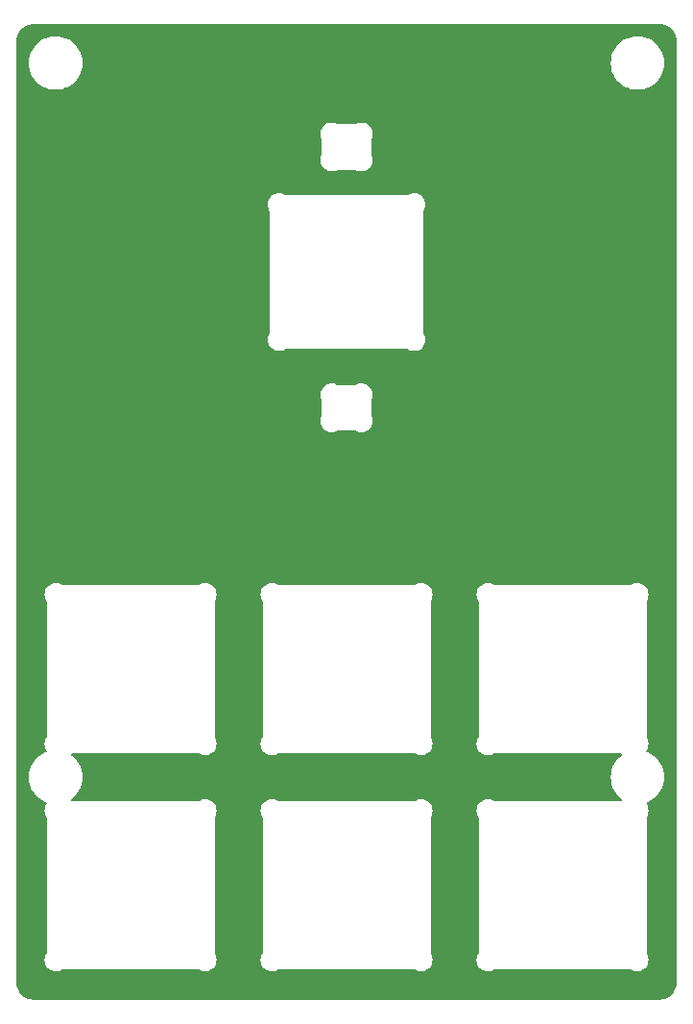
<source format=gtl>
%TF.GenerationSoftware,KiCad,Pcbnew,(6.0.4)*%
%TF.CreationDate,2022-08-26T14:02:31+02:00*%
%TF.ProjectId,Little Big Scroll 6 - Front Plate,4c697474-6c65-4204-9269-67205363726f,v1.1*%
%TF.SameCoordinates,Original*%
%TF.FileFunction,Copper,L1,Top*%
%TF.FilePolarity,Positive*%
%FSLAX46Y46*%
G04 Gerber Fmt 4.6, Leading zero omitted, Abs format (unit mm)*
G04 Created by KiCad (PCBNEW (6.0.4)) date 2022-08-26 14:02:31*
%MOMM*%
%LPD*%
G01*
G04 APERTURE LIST*
G04 APERTURE END LIST*
%TA.AperFunction,NonConductor*%
G36*
X137860018Y-46290000D02*
G01*
X137874851Y-46292310D01*
X137874855Y-46292310D01*
X137883724Y-46293691D01*
X137898981Y-46291696D01*
X137924302Y-46290953D01*
X138073048Y-46301592D01*
X138093328Y-46303042D01*
X138111122Y-46305600D01*
X138301512Y-46347017D01*
X138318759Y-46352081D01*
X138501318Y-46420172D01*
X138517667Y-46427639D01*
X138688674Y-46521016D01*
X138703798Y-46530736D01*
X138859771Y-46647496D01*
X138873357Y-46659268D01*
X139011131Y-46797041D01*
X139022904Y-46810628D01*
X139139666Y-46966604D01*
X139149385Y-46981727D01*
X139242760Y-47152730D01*
X139250227Y-47169080D01*
X139306208Y-47319172D01*
X139318319Y-47351643D01*
X139323383Y-47368891D01*
X139364799Y-47559271D01*
X139367358Y-47577067D01*
X139378939Y-47738996D01*
X139378190Y-47757006D01*
X139378090Y-47765249D01*
X139376708Y-47774123D01*
X139379510Y-47795548D01*
X139380835Y-47805680D01*
X139381899Y-47822019D01*
X139381768Y-74942187D01*
X139381500Y-130740235D01*
X139380000Y-130759618D01*
X139376309Y-130783325D01*
X139378188Y-130797690D01*
X139378304Y-130798577D01*
X139379047Y-130823906D01*
X139366958Y-130992934D01*
X139364400Y-131010725D01*
X139333223Y-131154037D01*
X139322983Y-131201109D01*
X139317919Y-131218357D01*
X139305808Y-131250828D01*
X139253484Y-131391117D01*
X139249829Y-131400916D01*
X139242360Y-131417270D01*
X139148985Y-131588273D01*
X139139266Y-131603396D01*
X139022501Y-131759376D01*
X139010728Y-131772962D01*
X138872962Y-131910728D01*
X138859376Y-131922501D01*
X138703396Y-132039266D01*
X138688277Y-132048983D01*
X138517267Y-132142362D01*
X138500920Y-132149827D01*
X138350828Y-132205808D01*
X138318357Y-132217919D01*
X138301108Y-132222983D01*
X138110725Y-132264400D01*
X138092938Y-132266957D01*
X137930996Y-132278540D01*
X137913036Y-132277793D01*
X137904756Y-132277692D01*
X137895877Y-132276309D01*
X137871890Y-132279446D01*
X137864312Y-132280437D01*
X137847974Y-132281501D01*
X112651583Y-132281682D01*
X82699759Y-132281898D01*
X82680376Y-132280398D01*
X82674987Y-132279559D01*
X82665548Y-132278089D01*
X82665545Y-132278089D01*
X82656675Y-132276708D01*
X82641418Y-132278703D01*
X82616097Y-132279446D01*
X82447062Y-132267356D01*
X82429275Y-132264799D01*
X82238892Y-132223382D01*
X82221643Y-132218318D01*
X82189172Y-132206207D01*
X82039080Y-132150226D01*
X82022733Y-132142761D01*
X81851723Y-132049382D01*
X81836604Y-132039665D01*
X81680625Y-131922900D01*
X81667039Y-131911127D01*
X81529273Y-131773361D01*
X81517500Y-131759775D01*
X81400735Y-131603795D01*
X81391016Y-131588672D01*
X81297642Y-131417671D01*
X81290173Y-131401317D01*
X81222082Y-131218758D01*
X81217017Y-131201509D01*
X81175601Y-131011122D01*
X81173043Y-130993327D01*
X81161720Y-130835005D01*
X81162805Y-130812241D01*
X81162334Y-130812199D01*
X81162769Y-130807351D01*
X81163576Y-130802552D01*
X81163729Y-130790000D01*
X81159773Y-130762376D01*
X81158500Y-130744514D01*
X81158500Y-112685000D01*
X82236439Y-112685000D01*
X82256660Y-112993507D01*
X82316975Y-113296735D01*
X82416354Y-113589496D01*
X82418177Y-113593192D01*
X82418180Y-113593200D01*
X82528721Y-113817352D01*
X82553096Y-113866780D01*
X82555390Y-113870213D01*
X82555391Y-113870214D01*
X82724861Y-114123845D01*
X82727575Y-114126939D01*
X82727579Y-114126945D01*
X82926001Y-114353201D01*
X82928710Y-114356290D01*
X82931799Y-114358999D01*
X83158055Y-114557421D01*
X83158061Y-114557425D01*
X83161155Y-114560139D01*
X83164581Y-114562428D01*
X83164586Y-114562432D01*
X83414785Y-114729609D01*
X83418220Y-114731904D01*
X83695504Y-114868646D01*
X83715964Y-114875591D01*
X83733576Y-114881570D01*
X83791652Y-114922408D01*
X83818430Y-114988161D01*
X83805408Y-115057953D01*
X83801803Y-115064080D01*
X83801270Y-115064725D01*
X83707202Y-115238699D01*
X83648718Y-115427632D01*
X83628045Y-115624325D01*
X83645970Y-115821288D01*
X83701810Y-116011019D01*
X83704663Y-116016477D01*
X83704665Y-116016481D01*
X83790585Y-116180829D01*
X83793440Y-116186290D01*
X83792540Y-116186760D01*
X83811500Y-116250353D01*
X83811500Y-128171121D01*
X83796336Y-128231050D01*
X83707202Y-128395899D01*
X83648718Y-128584832D01*
X83628045Y-128781525D01*
X83645970Y-128978488D01*
X83701810Y-129168219D01*
X83704663Y-129173677D01*
X83704665Y-129173681D01*
X83752120Y-129264453D01*
X83793440Y-129343490D01*
X83917368Y-129497625D01*
X83922092Y-129501589D01*
X83929333Y-129507665D01*
X84068874Y-129624754D01*
X84074272Y-129627721D01*
X84074277Y-129627725D01*
X84217580Y-129706505D01*
X84242187Y-129720033D01*
X84248054Y-129721894D01*
X84248056Y-129721895D01*
X84424836Y-129777973D01*
X84430706Y-129779835D01*
X84584627Y-129797100D01*
X84691169Y-129797100D01*
X84694225Y-129796800D01*
X84694232Y-129796800D01*
X84752740Y-129791063D01*
X84838233Y-129782680D01*
X84844134Y-129780898D01*
X84844136Y-129780898D01*
X84917453Y-129758762D01*
X85027569Y-129725516D01*
X85201102Y-129633248D01*
X85260254Y-129618500D01*
X97182346Y-129618500D01*
X97243047Y-129634085D01*
X97399387Y-129720033D01*
X97405254Y-129721894D01*
X97405256Y-129721895D01*
X97582036Y-129777973D01*
X97587906Y-129779835D01*
X97741827Y-129797100D01*
X97848369Y-129797100D01*
X97851425Y-129796800D01*
X97851432Y-129796800D01*
X97909940Y-129791063D01*
X97995433Y-129782680D01*
X98001334Y-129780898D01*
X98001336Y-129780898D01*
X98074653Y-129758762D01*
X98184769Y-129725516D01*
X98359396Y-129632666D01*
X98445662Y-129562309D01*
X98507887Y-129511560D01*
X98507890Y-129511557D01*
X98512662Y-129507665D01*
X98524944Y-129492819D01*
X98634801Y-129360025D01*
X98634803Y-129360021D01*
X98638730Y-129355275D01*
X98732798Y-129181301D01*
X98791282Y-128992368D01*
X98811955Y-128795675D01*
X98810667Y-128781525D01*
X102678045Y-128781525D01*
X102695970Y-128978488D01*
X102751810Y-129168219D01*
X102754663Y-129173677D01*
X102754665Y-129173681D01*
X102802120Y-129264453D01*
X102843440Y-129343490D01*
X102967368Y-129497625D01*
X102972092Y-129501589D01*
X102979333Y-129507665D01*
X103118874Y-129624754D01*
X103124272Y-129627721D01*
X103124277Y-129627725D01*
X103267580Y-129706505D01*
X103292187Y-129720033D01*
X103298054Y-129721894D01*
X103298056Y-129721895D01*
X103474836Y-129777973D01*
X103480706Y-129779835D01*
X103634627Y-129797100D01*
X103741169Y-129797100D01*
X103744225Y-129796800D01*
X103744232Y-129796800D01*
X103802740Y-129791063D01*
X103888233Y-129782680D01*
X103894134Y-129780898D01*
X103894136Y-129780898D01*
X103967453Y-129758762D01*
X104077569Y-129725516D01*
X104251102Y-129633248D01*
X104310254Y-129618500D01*
X116232346Y-129618500D01*
X116293047Y-129634085D01*
X116449387Y-129720033D01*
X116455254Y-129721894D01*
X116455256Y-129721895D01*
X116632036Y-129777973D01*
X116637906Y-129779835D01*
X116791827Y-129797100D01*
X116898369Y-129797100D01*
X116901425Y-129796800D01*
X116901432Y-129796800D01*
X116959940Y-129791063D01*
X117045433Y-129782680D01*
X117051334Y-129780898D01*
X117051336Y-129780898D01*
X117124653Y-129758762D01*
X117234769Y-129725516D01*
X117409396Y-129632666D01*
X117495662Y-129562309D01*
X117557887Y-129511560D01*
X117557890Y-129511557D01*
X117562662Y-129507665D01*
X117574944Y-129492819D01*
X117684801Y-129360025D01*
X117684803Y-129360021D01*
X117688730Y-129355275D01*
X117782798Y-129181301D01*
X117841282Y-128992368D01*
X117861955Y-128795675D01*
X117860667Y-128781525D01*
X121728045Y-128781525D01*
X121745970Y-128978488D01*
X121801810Y-129168219D01*
X121804663Y-129173677D01*
X121804665Y-129173681D01*
X121852120Y-129264453D01*
X121893440Y-129343490D01*
X122017368Y-129497625D01*
X122022092Y-129501589D01*
X122029333Y-129507665D01*
X122168874Y-129624754D01*
X122174272Y-129627721D01*
X122174277Y-129627725D01*
X122317580Y-129706505D01*
X122342187Y-129720033D01*
X122348054Y-129721894D01*
X122348056Y-129721895D01*
X122524836Y-129777973D01*
X122530706Y-129779835D01*
X122684627Y-129797100D01*
X122791169Y-129797100D01*
X122794225Y-129796800D01*
X122794232Y-129796800D01*
X122852740Y-129791063D01*
X122938233Y-129782680D01*
X122944134Y-129780898D01*
X122944136Y-129780898D01*
X123017453Y-129758762D01*
X123127569Y-129725516D01*
X123301102Y-129633248D01*
X123360254Y-129618500D01*
X135282346Y-129618500D01*
X135343047Y-129634085D01*
X135499387Y-129720033D01*
X135505254Y-129721894D01*
X135505256Y-129721895D01*
X135682036Y-129777973D01*
X135687906Y-129779835D01*
X135841827Y-129797100D01*
X135948369Y-129797100D01*
X135951425Y-129796800D01*
X135951432Y-129796800D01*
X136009940Y-129791063D01*
X136095433Y-129782680D01*
X136101334Y-129780898D01*
X136101336Y-129780898D01*
X136174653Y-129758762D01*
X136284769Y-129725516D01*
X136459396Y-129632666D01*
X136545662Y-129562309D01*
X136607887Y-129511560D01*
X136607890Y-129511557D01*
X136612662Y-129507665D01*
X136624944Y-129492819D01*
X136734801Y-129360025D01*
X136734803Y-129360021D01*
X136738730Y-129355275D01*
X136832798Y-129181301D01*
X136891282Y-128992368D01*
X136911955Y-128795675D01*
X136894030Y-128598712D01*
X136838190Y-128408981D01*
X136828519Y-128390481D01*
X136749415Y-128239171D01*
X136746560Y-128233710D01*
X136747460Y-128233240D01*
X136728500Y-128169647D01*
X136728500Y-116248879D01*
X136743664Y-116188950D01*
X136829868Y-116029519D01*
X136832798Y-116024101D01*
X136891282Y-115835168D01*
X136911955Y-115638475D01*
X136894030Y-115441512D01*
X136838190Y-115251781D01*
X136828519Y-115233281D01*
X136749414Y-115081970D01*
X136749413Y-115081968D01*
X136746560Y-115076510D01*
X136742696Y-115071704D01*
X136741501Y-115069878D01*
X136720935Y-115001925D01*
X136740372Y-114933641D01*
X136793640Y-114886705D01*
X136806429Y-114881568D01*
X136844496Y-114868646D01*
X136848192Y-114866823D01*
X136848200Y-114866820D01*
X137118077Y-114733730D01*
X137121780Y-114731904D01*
X137125215Y-114729609D01*
X137375414Y-114562432D01*
X137375419Y-114562428D01*
X137378845Y-114560139D01*
X137381939Y-114557425D01*
X137381945Y-114557421D01*
X137608201Y-114358999D01*
X137611290Y-114356290D01*
X137613999Y-114353201D01*
X137812421Y-114126945D01*
X137812425Y-114126939D01*
X137815139Y-114123845D01*
X137986904Y-113866781D01*
X138123646Y-113589496D01*
X138223025Y-113296735D01*
X138283340Y-112993507D01*
X138303561Y-112685000D01*
X138283340Y-112376493D01*
X138223025Y-112073265D01*
X138123646Y-111780504D01*
X138121822Y-111776806D01*
X138121820Y-111776800D01*
X137988730Y-111506923D01*
X137986904Y-111503220D01*
X137984610Y-111499787D01*
X137984609Y-111499785D01*
X137817432Y-111249586D01*
X137817428Y-111249581D01*
X137815139Y-111246155D01*
X137812425Y-111243061D01*
X137812421Y-111243055D01*
X137613999Y-111016799D01*
X137611290Y-111013710D01*
X137608201Y-111011001D01*
X137381945Y-110812579D01*
X137381939Y-110812575D01*
X137378845Y-110809861D01*
X137375419Y-110807572D01*
X137375414Y-110807568D01*
X137125215Y-110640391D01*
X137125213Y-110640390D01*
X137121780Y-110638096D01*
X136844496Y-110501354D01*
X136824036Y-110494409D01*
X136806424Y-110488430D01*
X136748348Y-110447592D01*
X136721570Y-110381839D01*
X136734592Y-110312047D01*
X136738197Y-110305920D01*
X136738730Y-110305275D01*
X136832798Y-110131301D01*
X136891282Y-109942368D01*
X136911955Y-109745675D01*
X136894030Y-109548712D01*
X136838190Y-109358981D01*
X136828519Y-109340481D01*
X136749415Y-109189171D01*
X136746560Y-109183710D01*
X136747460Y-109183240D01*
X136728500Y-109119647D01*
X136728500Y-97198879D01*
X136743664Y-97138950D01*
X136829868Y-96979519D01*
X136832798Y-96974101D01*
X136891282Y-96785168D01*
X136911955Y-96588475D01*
X136894030Y-96391512D01*
X136838190Y-96201781D01*
X136828519Y-96183281D01*
X136749413Y-96031968D01*
X136746560Y-96026510D01*
X136622632Y-95872375D01*
X136616327Y-95867084D01*
X136478579Y-95751500D01*
X136471126Y-95745246D01*
X136465728Y-95742279D01*
X136465723Y-95742275D01*
X136303208Y-95652933D01*
X136303209Y-95652933D01*
X136297813Y-95649967D01*
X136291946Y-95648106D01*
X136291944Y-95648105D01*
X136115164Y-95592027D01*
X136115163Y-95592027D01*
X136109294Y-95590165D01*
X135955373Y-95572900D01*
X135848831Y-95572900D01*
X135845775Y-95573200D01*
X135845768Y-95573200D01*
X135787260Y-95578937D01*
X135701767Y-95587320D01*
X135695866Y-95589102D01*
X135695864Y-95589102D01*
X135622547Y-95611238D01*
X135512431Y-95644484D01*
X135506992Y-95647376D01*
X135338899Y-95736752D01*
X135279746Y-95751500D01*
X123357654Y-95751500D01*
X123296953Y-95735915D01*
X123146008Y-95652933D01*
X123146009Y-95652933D01*
X123140613Y-95649967D01*
X123134746Y-95648106D01*
X123134744Y-95648105D01*
X122957964Y-95592027D01*
X122957963Y-95592027D01*
X122952094Y-95590165D01*
X122798173Y-95572900D01*
X122691631Y-95572900D01*
X122688575Y-95573200D01*
X122688568Y-95573200D01*
X122630060Y-95578937D01*
X122544567Y-95587320D01*
X122538666Y-95589102D01*
X122538664Y-95589102D01*
X122465347Y-95611238D01*
X122355231Y-95644484D01*
X122180604Y-95737334D01*
X122094338Y-95807691D01*
X122032113Y-95858440D01*
X122032110Y-95858443D01*
X122027338Y-95862335D01*
X122023411Y-95867082D01*
X122023409Y-95867084D01*
X121905199Y-96009975D01*
X121905197Y-96009979D01*
X121901270Y-96014725D01*
X121807202Y-96188699D01*
X121748718Y-96377632D01*
X121728045Y-96574325D01*
X121745970Y-96771288D01*
X121801810Y-96961019D01*
X121804663Y-96966477D01*
X121804665Y-96966481D01*
X121890585Y-97130829D01*
X121893440Y-97136290D01*
X121892540Y-97136760D01*
X121911500Y-97200353D01*
X121911500Y-109121121D01*
X121896336Y-109181050D01*
X121807202Y-109345899D01*
X121748718Y-109534832D01*
X121728045Y-109731525D01*
X121745970Y-109928488D01*
X121801810Y-110118219D01*
X121804663Y-110123677D01*
X121804665Y-110123681D01*
X121852120Y-110214453D01*
X121893440Y-110293490D01*
X122017368Y-110447625D01*
X122022092Y-110451589D01*
X122029333Y-110457665D01*
X122168874Y-110574754D01*
X122174272Y-110577721D01*
X122174277Y-110577725D01*
X122280772Y-110636270D01*
X122342187Y-110670033D01*
X122348054Y-110671894D01*
X122348056Y-110671895D01*
X122475845Y-110712432D01*
X122530706Y-110729835D01*
X122684627Y-110747100D01*
X122791169Y-110747100D01*
X122794225Y-110746800D01*
X122794232Y-110746800D01*
X122852740Y-110741063D01*
X122938233Y-110732680D01*
X122944134Y-110730898D01*
X122944136Y-110730898D01*
X123017453Y-110708762D01*
X123127569Y-110675516D01*
X123301102Y-110583248D01*
X123360254Y-110568500D01*
X134447011Y-110568500D01*
X134515132Y-110588502D01*
X134561625Y-110642158D01*
X134571729Y-110712432D01*
X134542235Y-110777012D01*
X134517013Y-110799265D01*
X134504586Y-110807568D01*
X134504581Y-110807572D01*
X134501155Y-110809861D01*
X134498061Y-110812575D01*
X134498055Y-110812579D01*
X134271799Y-111011001D01*
X134268710Y-111013710D01*
X134266001Y-111016799D01*
X134067579Y-111243055D01*
X134067575Y-111243061D01*
X134064861Y-111246155D01*
X133893096Y-111503219D01*
X133756354Y-111780504D01*
X133656975Y-112073265D01*
X133596660Y-112376493D01*
X133576439Y-112685000D01*
X133596660Y-112993507D01*
X133656975Y-113296735D01*
X133756354Y-113589496D01*
X133758177Y-113593192D01*
X133758180Y-113593200D01*
X133868721Y-113817352D01*
X133893096Y-113866780D01*
X133895390Y-113870213D01*
X133895391Y-113870214D01*
X134064861Y-114123845D01*
X134067575Y-114126939D01*
X134067579Y-114126945D01*
X134266001Y-114353201D01*
X134268710Y-114356290D01*
X134271799Y-114358999D01*
X134498055Y-114557421D01*
X134498061Y-114557425D01*
X134501155Y-114560139D01*
X134504581Y-114562428D01*
X134504586Y-114562432D01*
X134517013Y-114570735D01*
X134562541Y-114625212D01*
X134571389Y-114695655D01*
X134540747Y-114759699D01*
X134480346Y-114797010D01*
X134447011Y-114801500D01*
X123357654Y-114801500D01*
X123296953Y-114785915D01*
X123146008Y-114702933D01*
X123146009Y-114702933D01*
X123140613Y-114699967D01*
X123134746Y-114698106D01*
X123134744Y-114698105D01*
X122957964Y-114642027D01*
X122957963Y-114642027D01*
X122952094Y-114640165D01*
X122798173Y-114622900D01*
X122691631Y-114622900D01*
X122688575Y-114623200D01*
X122688568Y-114623200D01*
X122630060Y-114628937D01*
X122544567Y-114637320D01*
X122538666Y-114639102D01*
X122538664Y-114639102D01*
X122477502Y-114657568D01*
X122355231Y-114694484D01*
X122180604Y-114787334D01*
X122094338Y-114857691D01*
X122032113Y-114908440D01*
X122032110Y-114908443D01*
X122027338Y-114912335D01*
X122023411Y-114917082D01*
X122023409Y-114917084D01*
X121905199Y-115059975D01*
X121905197Y-115059979D01*
X121901270Y-115064725D01*
X121807202Y-115238699D01*
X121748718Y-115427632D01*
X121728045Y-115624325D01*
X121745970Y-115821288D01*
X121801810Y-116011019D01*
X121804663Y-116016477D01*
X121804665Y-116016481D01*
X121890585Y-116180829D01*
X121893440Y-116186290D01*
X121892540Y-116186760D01*
X121911500Y-116250353D01*
X121911500Y-128171121D01*
X121896336Y-128231050D01*
X121807202Y-128395899D01*
X121748718Y-128584832D01*
X121728045Y-128781525D01*
X117860667Y-128781525D01*
X117844030Y-128598712D01*
X117788190Y-128408981D01*
X117778519Y-128390481D01*
X117699415Y-128239171D01*
X117696560Y-128233710D01*
X117697460Y-128233240D01*
X117678500Y-128169647D01*
X117678500Y-116248879D01*
X117693664Y-116188950D01*
X117779868Y-116029519D01*
X117782798Y-116024101D01*
X117841282Y-115835168D01*
X117861955Y-115638475D01*
X117844030Y-115441512D01*
X117788190Y-115251781D01*
X117778519Y-115233281D01*
X117699413Y-115081968D01*
X117696560Y-115076510D01*
X117572632Y-114922375D01*
X117566327Y-114917084D01*
X117530122Y-114886705D01*
X117421126Y-114795246D01*
X117415728Y-114792279D01*
X117415723Y-114792275D01*
X117253208Y-114702933D01*
X117253209Y-114702933D01*
X117247813Y-114699967D01*
X117241946Y-114698106D01*
X117241944Y-114698105D01*
X117065164Y-114642027D01*
X117065163Y-114642027D01*
X117059294Y-114640165D01*
X116905373Y-114622900D01*
X116798831Y-114622900D01*
X116795775Y-114623200D01*
X116795768Y-114623200D01*
X116737260Y-114628937D01*
X116651767Y-114637320D01*
X116645866Y-114639102D01*
X116645864Y-114639102D01*
X116584702Y-114657568D01*
X116462431Y-114694484D01*
X116339779Y-114759699D01*
X116288899Y-114786752D01*
X116229746Y-114801500D01*
X104307654Y-114801500D01*
X104246953Y-114785915D01*
X104096008Y-114702933D01*
X104096009Y-114702933D01*
X104090613Y-114699967D01*
X104084746Y-114698106D01*
X104084744Y-114698105D01*
X103907964Y-114642027D01*
X103907963Y-114642027D01*
X103902094Y-114640165D01*
X103748173Y-114622900D01*
X103641631Y-114622900D01*
X103638575Y-114623200D01*
X103638568Y-114623200D01*
X103580060Y-114628937D01*
X103494567Y-114637320D01*
X103488666Y-114639102D01*
X103488664Y-114639102D01*
X103427502Y-114657568D01*
X103305231Y-114694484D01*
X103130604Y-114787334D01*
X103044338Y-114857691D01*
X102982113Y-114908440D01*
X102982110Y-114908443D01*
X102977338Y-114912335D01*
X102973411Y-114917082D01*
X102973409Y-114917084D01*
X102855199Y-115059975D01*
X102855197Y-115059979D01*
X102851270Y-115064725D01*
X102757202Y-115238699D01*
X102698718Y-115427632D01*
X102678045Y-115624325D01*
X102695970Y-115821288D01*
X102751810Y-116011019D01*
X102754663Y-116016477D01*
X102754665Y-116016481D01*
X102840585Y-116180829D01*
X102843440Y-116186290D01*
X102842540Y-116186760D01*
X102861500Y-116250353D01*
X102861500Y-128171121D01*
X102846336Y-128231050D01*
X102757202Y-128395899D01*
X102698718Y-128584832D01*
X102678045Y-128781525D01*
X98810667Y-128781525D01*
X98794030Y-128598712D01*
X98738190Y-128408981D01*
X98728519Y-128390481D01*
X98649415Y-128239171D01*
X98646560Y-128233710D01*
X98647460Y-128233240D01*
X98628500Y-128169647D01*
X98628500Y-116248879D01*
X98643664Y-116188950D01*
X98729868Y-116029519D01*
X98732798Y-116024101D01*
X98791282Y-115835168D01*
X98811955Y-115638475D01*
X98794030Y-115441512D01*
X98738190Y-115251781D01*
X98728519Y-115233281D01*
X98649413Y-115081968D01*
X98646560Y-115076510D01*
X98522632Y-114922375D01*
X98516327Y-114917084D01*
X98480122Y-114886705D01*
X98371126Y-114795246D01*
X98365728Y-114792279D01*
X98365723Y-114792275D01*
X98203208Y-114702933D01*
X98203209Y-114702933D01*
X98197813Y-114699967D01*
X98191946Y-114698106D01*
X98191944Y-114698105D01*
X98015164Y-114642027D01*
X98015163Y-114642027D01*
X98009294Y-114640165D01*
X97855373Y-114622900D01*
X97748831Y-114622900D01*
X97745775Y-114623200D01*
X97745768Y-114623200D01*
X97687260Y-114628937D01*
X97601767Y-114637320D01*
X97595866Y-114639102D01*
X97595864Y-114639102D01*
X97534702Y-114657568D01*
X97412431Y-114694484D01*
X97289779Y-114759699D01*
X97238899Y-114786752D01*
X97179746Y-114801500D01*
X86092989Y-114801500D01*
X86024868Y-114781498D01*
X85978375Y-114727842D01*
X85968271Y-114657568D01*
X85997765Y-114592988D01*
X86022987Y-114570735D01*
X86035414Y-114562432D01*
X86035419Y-114562428D01*
X86038845Y-114560139D01*
X86041939Y-114557425D01*
X86041945Y-114557421D01*
X86268201Y-114358999D01*
X86271290Y-114356290D01*
X86273999Y-114353201D01*
X86472421Y-114126945D01*
X86472425Y-114126939D01*
X86475139Y-114123845D01*
X86646904Y-113866781D01*
X86783646Y-113589496D01*
X86883025Y-113296735D01*
X86943340Y-112993507D01*
X86963561Y-112685000D01*
X86943340Y-112376493D01*
X86883025Y-112073265D01*
X86783646Y-111780504D01*
X86781822Y-111776806D01*
X86781820Y-111776800D01*
X86648730Y-111506923D01*
X86646904Y-111503220D01*
X86644610Y-111499787D01*
X86644609Y-111499785D01*
X86477432Y-111249586D01*
X86477428Y-111249581D01*
X86475139Y-111246155D01*
X86472425Y-111243061D01*
X86472421Y-111243055D01*
X86273999Y-111016799D01*
X86271290Y-111013710D01*
X86268201Y-111011001D01*
X86041945Y-110812579D01*
X86041939Y-110812575D01*
X86038845Y-110809861D01*
X86035419Y-110807572D01*
X86035414Y-110807568D01*
X86022987Y-110799265D01*
X85977459Y-110744788D01*
X85968611Y-110674345D01*
X85999253Y-110610301D01*
X86059654Y-110572990D01*
X86092989Y-110568500D01*
X97182346Y-110568500D01*
X97243047Y-110584085D01*
X97399387Y-110670033D01*
X97405254Y-110671894D01*
X97405256Y-110671895D01*
X97533045Y-110712432D01*
X97587906Y-110729835D01*
X97741827Y-110747100D01*
X97848369Y-110747100D01*
X97851425Y-110746800D01*
X97851432Y-110746800D01*
X97909940Y-110741063D01*
X97995433Y-110732680D01*
X98001334Y-110730898D01*
X98001336Y-110730898D01*
X98074653Y-110708762D01*
X98184769Y-110675516D01*
X98359396Y-110582666D01*
X98474938Y-110488432D01*
X98507887Y-110461560D01*
X98507890Y-110461557D01*
X98512662Y-110457665D01*
X98575391Y-110381839D01*
X98634801Y-110310025D01*
X98634803Y-110310021D01*
X98638730Y-110305275D01*
X98732798Y-110131301D01*
X98791282Y-109942368D01*
X98811955Y-109745675D01*
X98810667Y-109731525D01*
X102678045Y-109731525D01*
X102695970Y-109928488D01*
X102751810Y-110118219D01*
X102754663Y-110123677D01*
X102754665Y-110123681D01*
X102802120Y-110214453D01*
X102843440Y-110293490D01*
X102967368Y-110447625D01*
X102972092Y-110451589D01*
X102979333Y-110457665D01*
X103118874Y-110574754D01*
X103124272Y-110577721D01*
X103124277Y-110577725D01*
X103230772Y-110636270D01*
X103292187Y-110670033D01*
X103298054Y-110671894D01*
X103298056Y-110671895D01*
X103425845Y-110712432D01*
X103480706Y-110729835D01*
X103634627Y-110747100D01*
X103741169Y-110747100D01*
X103744225Y-110746800D01*
X103744232Y-110746800D01*
X103802740Y-110741063D01*
X103888233Y-110732680D01*
X103894134Y-110730898D01*
X103894136Y-110730898D01*
X103967453Y-110708762D01*
X104077569Y-110675516D01*
X104251102Y-110583248D01*
X104310254Y-110568500D01*
X116232346Y-110568500D01*
X116293047Y-110584085D01*
X116449387Y-110670033D01*
X116455254Y-110671894D01*
X116455256Y-110671895D01*
X116583045Y-110712432D01*
X116637906Y-110729835D01*
X116791827Y-110747100D01*
X116898369Y-110747100D01*
X116901425Y-110746800D01*
X116901432Y-110746800D01*
X116959940Y-110741063D01*
X117045433Y-110732680D01*
X117051334Y-110730898D01*
X117051336Y-110730898D01*
X117124653Y-110708762D01*
X117234769Y-110675516D01*
X117409396Y-110582666D01*
X117524938Y-110488432D01*
X117557887Y-110461560D01*
X117557890Y-110461557D01*
X117562662Y-110457665D01*
X117625391Y-110381839D01*
X117684801Y-110310025D01*
X117684803Y-110310021D01*
X117688730Y-110305275D01*
X117782798Y-110131301D01*
X117841282Y-109942368D01*
X117861955Y-109745675D01*
X117844030Y-109548712D01*
X117788190Y-109358981D01*
X117778519Y-109340481D01*
X117699415Y-109189171D01*
X117696560Y-109183710D01*
X117697460Y-109183240D01*
X117678500Y-109119647D01*
X117678500Y-97198879D01*
X117693664Y-97138950D01*
X117779868Y-96979519D01*
X117782798Y-96974101D01*
X117841282Y-96785168D01*
X117861955Y-96588475D01*
X117844030Y-96391512D01*
X117788190Y-96201781D01*
X117778519Y-96183281D01*
X117699413Y-96031968D01*
X117696560Y-96026510D01*
X117572632Y-95872375D01*
X117566327Y-95867084D01*
X117428579Y-95751500D01*
X117421126Y-95745246D01*
X117415728Y-95742279D01*
X117415723Y-95742275D01*
X117253208Y-95652933D01*
X117253209Y-95652933D01*
X117247813Y-95649967D01*
X117241946Y-95648106D01*
X117241944Y-95648105D01*
X117065164Y-95592027D01*
X117065163Y-95592027D01*
X117059294Y-95590165D01*
X116905373Y-95572900D01*
X116798831Y-95572900D01*
X116795775Y-95573200D01*
X116795768Y-95573200D01*
X116737260Y-95578937D01*
X116651767Y-95587320D01*
X116645866Y-95589102D01*
X116645864Y-95589102D01*
X116572547Y-95611238D01*
X116462431Y-95644484D01*
X116456992Y-95647376D01*
X116288899Y-95736752D01*
X116229746Y-95751500D01*
X104307654Y-95751500D01*
X104246953Y-95735915D01*
X104096008Y-95652933D01*
X104096009Y-95652933D01*
X104090613Y-95649967D01*
X104084746Y-95648106D01*
X104084744Y-95648105D01*
X103907964Y-95592027D01*
X103907963Y-95592027D01*
X103902094Y-95590165D01*
X103748173Y-95572900D01*
X103641631Y-95572900D01*
X103638575Y-95573200D01*
X103638568Y-95573200D01*
X103580060Y-95578937D01*
X103494567Y-95587320D01*
X103488666Y-95589102D01*
X103488664Y-95589102D01*
X103415347Y-95611238D01*
X103305231Y-95644484D01*
X103130604Y-95737334D01*
X103044338Y-95807691D01*
X102982113Y-95858440D01*
X102982110Y-95858443D01*
X102977338Y-95862335D01*
X102973411Y-95867082D01*
X102973409Y-95867084D01*
X102855199Y-96009975D01*
X102855197Y-96009979D01*
X102851270Y-96014725D01*
X102757202Y-96188699D01*
X102698718Y-96377632D01*
X102678045Y-96574325D01*
X102695970Y-96771288D01*
X102751810Y-96961019D01*
X102754663Y-96966477D01*
X102754665Y-96966481D01*
X102840585Y-97130829D01*
X102843440Y-97136290D01*
X102842540Y-97136760D01*
X102861500Y-97200353D01*
X102861500Y-109121121D01*
X102846336Y-109181050D01*
X102757202Y-109345899D01*
X102698718Y-109534832D01*
X102678045Y-109731525D01*
X98810667Y-109731525D01*
X98794030Y-109548712D01*
X98738190Y-109358981D01*
X98728519Y-109340481D01*
X98649415Y-109189171D01*
X98646560Y-109183710D01*
X98647460Y-109183240D01*
X98628500Y-109119647D01*
X98628500Y-97198879D01*
X98643664Y-97138950D01*
X98729868Y-96979519D01*
X98732798Y-96974101D01*
X98791282Y-96785168D01*
X98811955Y-96588475D01*
X98794030Y-96391512D01*
X98738190Y-96201781D01*
X98728519Y-96183281D01*
X98649413Y-96031968D01*
X98646560Y-96026510D01*
X98522632Y-95872375D01*
X98516327Y-95867084D01*
X98378579Y-95751500D01*
X98371126Y-95745246D01*
X98365728Y-95742279D01*
X98365723Y-95742275D01*
X98203208Y-95652933D01*
X98203209Y-95652933D01*
X98197813Y-95649967D01*
X98191946Y-95648106D01*
X98191944Y-95648105D01*
X98015164Y-95592027D01*
X98015163Y-95592027D01*
X98009294Y-95590165D01*
X97855373Y-95572900D01*
X97748831Y-95572900D01*
X97745775Y-95573200D01*
X97745768Y-95573200D01*
X97687260Y-95578937D01*
X97601767Y-95587320D01*
X97595866Y-95589102D01*
X97595864Y-95589102D01*
X97522547Y-95611238D01*
X97412431Y-95644484D01*
X97406992Y-95647376D01*
X97238899Y-95736752D01*
X97179746Y-95751500D01*
X85257654Y-95751500D01*
X85196953Y-95735915D01*
X85046008Y-95652933D01*
X85046009Y-95652933D01*
X85040613Y-95649967D01*
X85034746Y-95648106D01*
X85034744Y-95648105D01*
X84857964Y-95592027D01*
X84857963Y-95592027D01*
X84852094Y-95590165D01*
X84698173Y-95572900D01*
X84591631Y-95572900D01*
X84588575Y-95573200D01*
X84588568Y-95573200D01*
X84530060Y-95578937D01*
X84444567Y-95587320D01*
X84438666Y-95589102D01*
X84438664Y-95589102D01*
X84365347Y-95611238D01*
X84255231Y-95644484D01*
X84080604Y-95737334D01*
X83994338Y-95807691D01*
X83932113Y-95858440D01*
X83932110Y-95858443D01*
X83927338Y-95862335D01*
X83923411Y-95867082D01*
X83923409Y-95867084D01*
X83805199Y-96009975D01*
X83805197Y-96009979D01*
X83801270Y-96014725D01*
X83707202Y-96188699D01*
X83648718Y-96377632D01*
X83628045Y-96574325D01*
X83645970Y-96771288D01*
X83701810Y-96961019D01*
X83704663Y-96966477D01*
X83704665Y-96966481D01*
X83790585Y-97130829D01*
X83793440Y-97136290D01*
X83792540Y-97136760D01*
X83811500Y-97200353D01*
X83811500Y-109121121D01*
X83796336Y-109181050D01*
X83707202Y-109345899D01*
X83648718Y-109534832D01*
X83628045Y-109731525D01*
X83645970Y-109928488D01*
X83701810Y-110118219D01*
X83704663Y-110123677D01*
X83704665Y-110123681D01*
X83749761Y-110209940D01*
X83793440Y-110293490D01*
X83797303Y-110298294D01*
X83798499Y-110300122D01*
X83819065Y-110368075D01*
X83799628Y-110436359D01*
X83746360Y-110483295D01*
X83733571Y-110488432D01*
X83695504Y-110501354D01*
X83691808Y-110503177D01*
X83691800Y-110503180D01*
X83530620Y-110582666D01*
X83418220Y-110638096D01*
X83414787Y-110640390D01*
X83414785Y-110640391D01*
X83164586Y-110807568D01*
X83164581Y-110807572D01*
X83161155Y-110809861D01*
X83158061Y-110812575D01*
X83158055Y-110812579D01*
X82931799Y-111011001D01*
X82928710Y-111013710D01*
X82926001Y-111016799D01*
X82727579Y-111243055D01*
X82727575Y-111243061D01*
X82724861Y-111246155D01*
X82553096Y-111503219D01*
X82416354Y-111780504D01*
X82316975Y-112073265D01*
X82256660Y-112376493D01*
X82236439Y-112685000D01*
X81158500Y-112685000D01*
X81158500Y-81166002D01*
X107962035Y-81166002D01*
X107963209Y-81350061D01*
X107997683Y-81530867D01*
X108064316Y-81702445D01*
X108067325Y-81707325D01*
X108067327Y-81707330D01*
X108157882Y-81854217D01*
X108160909Y-81859127D01*
X108284268Y-81995734D01*
X108288816Y-81999222D01*
X108288820Y-81999226D01*
X108361217Y-82054754D01*
X108430318Y-82107754D01*
X108594234Y-82191485D01*
X108627495Y-82201419D01*
X108765096Y-82242517D01*
X108765099Y-82242518D01*
X108770598Y-82244160D01*
X108814911Y-82248974D01*
X108947884Y-82263420D01*
X108947887Y-82263420D01*
X108953584Y-82264039D01*
X109029740Y-82258407D01*
X109131429Y-82250888D01*
X109131432Y-82250888D01*
X109137146Y-82250465D01*
X109315218Y-82203887D01*
X109320490Y-82201419D01*
X109440819Y-82145083D01*
X109449602Y-82141370D01*
X109471585Y-82133041D01*
X109471962Y-82134035D01*
X109519135Y-82123500D01*
X111015106Y-82123500D01*
X111034477Y-82124998D01*
X111049510Y-82127337D01*
X111083559Y-82137724D01*
X111224797Y-82203849D01*
X111402862Y-82250425D01*
X111408576Y-82250848D01*
X111408579Y-82250848D01*
X111509345Y-82258299D01*
X111586416Y-82263998D01*
X111592114Y-82263379D01*
X111592116Y-82263379D01*
X111724344Y-82249014D01*
X111769394Y-82244120D01*
X111774893Y-82242478D01*
X111774896Y-82242477D01*
X111873079Y-82213152D01*
X111945752Y-82191447D01*
X112066027Y-82130008D01*
X112104555Y-82110327D01*
X112104557Y-82110326D01*
X112109660Y-82107719D01*
X112255705Y-81995704D01*
X112259551Y-81991445D01*
X112375214Y-81863360D01*
X112379059Y-81859102D01*
X112427353Y-81780764D01*
X112472636Y-81707312D01*
X112472638Y-81707308D01*
X112475647Y-81702427D01*
X112542278Y-81530855D01*
X112576750Y-81350057D01*
X112577924Y-81166005D01*
X112568547Y-81113167D01*
X112546764Y-80990433D01*
X112546764Y-80990432D01*
X112545761Y-80984782D01*
X112497204Y-80854862D01*
X112494209Y-80845820D01*
X112489028Y-80827938D01*
X112487670Y-80823251D01*
X112486404Y-80820537D01*
X112479726Y-80793778D01*
X112479557Y-80792487D01*
X112478499Y-80776192D01*
X112478499Y-79461545D01*
X112480001Y-79442148D01*
X112483601Y-79419042D01*
X112490073Y-79394326D01*
X112543789Y-79250608D01*
X112543791Y-79250601D01*
X112545798Y-79245231D01*
X112567596Y-79122411D01*
X112576959Y-79069653D01*
X112576959Y-79069650D01*
X112577962Y-79064000D01*
X112576789Y-78879941D01*
X112542316Y-78699135D01*
X112475682Y-78527557D01*
X112379090Y-78370875D01*
X112255731Y-78234268D01*
X112251183Y-78230780D01*
X112251179Y-78230776D01*
X112178782Y-78175248D01*
X112109681Y-78122248D01*
X111945765Y-78038517D01*
X111873272Y-78016865D01*
X111774902Y-77987485D01*
X111774899Y-77987484D01*
X111769400Y-77985842D01*
X111707469Y-77979114D01*
X111592114Y-77966582D01*
X111592111Y-77966582D01*
X111586414Y-77965963D01*
X111529022Y-77970207D01*
X111408567Y-77979114D01*
X111408563Y-77979115D01*
X111402852Y-77979537D01*
X111372467Y-77987485D01*
X111230330Y-78024664D01*
X111230327Y-78024665D01*
X111224780Y-78026116D01*
X111219587Y-78028547D01*
X111219582Y-78028549D01*
X111099162Y-78084927D01*
X111090403Y-78088631D01*
X111068415Y-78096963D01*
X111068414Y-78096964D01*
X111068036Y-78095967D01*
X111020870Y-78106501D01*
X109524888Y-78106501D01*
X109505517Y-78105003D01*
X109490503Y-78102667D01*
X109456451Y-78092279D01*
X109315205Y-78026151D01*
X109309661Y-78024701D01*
X109309656Y-78024699D01*
X109167525Y-77987522D01*
X109137140Y-77979574D01*
X109131426Y-77979151D01*
X109131423Y-77979151D01*
X109030812Y-77971712D01*
X108953585Y-77966001D01*
X108947887Y-77966620D01*
X108947885Y-77966620D01*
X108832878Y-77979114D01*
X108770605Y-77985879D01*
X108765106Y-77987521D01*
X108765103Y-77987522D01*
X108668684Y-78016320D01*
X108594247Y-78038553D01*
X108430338Y-78122281D01*
X108284293Y-78234297D01*
X108160939Y-78370900D01*
X108112645Y-78449237D01*
X108067362Y-78522690D01*
X108067360Y-78522694D01*
X108064351Y-78527575D01*
X107997720Y-78699148D01*
X107963249Y-78879947D01*
X107962076Y-79063999D01*
X107994240Y-79245223D01*
X107996248Y-79250596D01*
X107996249Y-79250599D01*
X108042792Y-79375127D01*
X108045787Y-79384171D01*
X108052331Y-79406755D01*
X108053608Y-79409493D01*
X108060286Y-79436250D01*
X108060438Y-79437413D01*
X108061501Y-79453742D01*
X108061501Y-80768455D01*
X108059999Y-80787851D01*
X108056401Y-80810946D01*
X108049929Y-80835662D01*
X107994200Y-80984771D01*
X107993197Y-80990421D01*
X107993197Y-80990422D01*
X107966750Y-81139438D01*
X107962035Y-81166002D01*
X81158500Y-81166002D01*
X81158500Y-74102925D01*
X103306645Y-74102925D01*
X103324570Y-74299888D01*
X103380410Y-74489619D01*
X103383263Y-74495077D01*
X103383265Y-74495081D01*
X103430720Y-74585853D01*
X103472040Y-74664890D01*
X103595968Y-74819025D01*
X103600692Y-74822989D01*
X103607933Y-74829065D01*
X103747474Y-74946154D01*
X103752872Y-74949121D01*
X103752877Y-74949125D01*
X103896180Y-75027905D01*
X103920787Y-75041433D01*
X103926654Y-75043294D01*
X103926656Y-75043295D01*
X104103436Y-75099373D01*
X104109306Y-75101235D01*
X104263227Y-75118500D01*
X104369769Y-75118500D01*
X104372825Y-75118200D01*
X104372832Y-75118200D01*
X104431340Y-75112463D01*
X104516833Y-75104080D01*
X104522734Y-75102298D01*
X104522736Y-75102298D01*
X104596053Y-75080162D01*
X104706169Y-75046916D01*
X104880796Y-74954066D01*
X104889635Y-74946857D01*
X104955066Y-74919303D01*
X104969271Y-74918500D01*
X115569147Y-74918500D01*
X115640334Y-74940536D01*
X115642751Y-74942191D01*
X115647474Y-74946154D01*
X115820787Y-75041433D01*
X115826654Y-75043294D01*
X115826656Y-75043295D01*
X116003436Y-75099373D01*
X116009306Y-75101235D01*
X116163227Y-75118500D01*
X116269769Y-75118500D01*
X116272825Y-75118200D01*
X116272832Y-75118200D01*
X116331340Y-75112463D01*
X116416833Y-75104080D01*
X116422734Y-75102298D01*
X116422736Y-75102298D01*
X116496053Y-75080162D01*
X116606169Y-75046916D01*
X116780796Y-74954066D01*
X116867062Y-74883709D01*
X116929287Y-74832960D01*
X116929290Y-74832957D01*
X116934062Y-74829065D01*
X116946344Y-74814219D01*
X117056201Y-74681425D01*
X117056203Y-74681421D01*
X117060130Y-74676675D01*
X117154198Y-74502701D01*
X117212682Y-74313768D01*
X117233355Y-74117075D01*
X117215430Y-73920112D01*
X117209953Y-73901500D01*
X117161330Y-73736294D01*
X117159590Y-73730381D01*
X117149919Y-73711881D01*
X117070813Y-73560568D01*
X117067960Y-73555110D01*
X117056303Y-73540612D01*
X117029207Y-73474991D01*
X117028500Y-73461661D01*
X117028500Y-62860273D01*
X117048502Y-62792152D01*
X117054514Y-62783927D01*
X117056206Y-62781418D01*
X117060130Y-62776675D01*
X117154198Y-62602701D01*
X117212682Y-62413768D01*
X117233355Y-62217075D01*
X117215430Y-62020112D01*
X117159590Y-61830381D01*
X117149919Y-61811881D01*
X117070813Y-61660568D01*
X117067960Y-61655110D01*
X116944032Y-61500975D01*
X116937727Y-61495684D01*
X116921334Y-61481929D01*
X116792526Y-61373846D01*
X116787128Y-61370879D01*
X116787123Y-61370875D01*
X116624608Y-61281533D01*
X116624609Y-61281533D01*
X116619213Y-61278567D01*
X116613346Y-61276706D01*
X116613344Y-61276705D01*
X116436564Y-61220627D01*
X116436563Y-61220627D01*
X116430694Y-61218765D01*
X116276773Y-61201500D01*
X116170231Y-61201500D01*
X116167175Y-61201800D01*
X116167168Y-61201800D01*
X116108660Y-61207537D01*
X116023167Y-61215920D01*
X116017266Y-61217702D01*
X116017264Y-61217702D01*
X115943947Y-61239838D01*
X115833831Y-61273084D01*
X115659204Y-61365934D01*
X115654430Y-61369828D01*
X115654428Y-61369829D01*
X115650365Y-61373143D01*
X115584934Y-61400697D01*
X115570729Y-61401500D01*
X104970853Y-61401500D01*
X104899666Y-61379464D01*
X104897249Y-61377809D01*
X104892526Y-61373846D01*
X104719213Y-61278567D01*
X104713346Y-61276706D01*
X104713344Y-61276705D01*
X104536564Y-61220627D01*
X104536563Y-61220627D01*
X104530694Y-61218765D01*
X104376773Y-61201500D01*
X104270231Y-61201500D01*
X104267175Y-61201800D01*
X104267168Y-61201800D01*
X104208660Y-61207537D01*
X104123167Y-61215920D01*
X104117266Y-61217702D01*
X104117264Y-61217702D01*
X104043947Y-61239838D01*
X103933831Y-61273084D01*
X103759204Y-61365934D01*
X103715596Y-61401500D01*
X103610713Y-61487040D01*
X103610710Y-61487043D01*
X103605938Y-61490935D01*
X103602011Y-61495682D01*
X103602009Y-61495684D01*
X103483799Y-61638575D01*
X103483797Y-61638579D01*
X103479870Y-61643325D01*
X103385802Y-61817299D01*
X103327318Y-62006232D01*
X103306645Y-62202925D01*
X103324570Y-62399888D01*
X103326308Y-62405794D01*
X103326309Y-62405798D01*
X103330387Y-62419653D01*
X103380410Y-62589619D01*
X103383263Y-62595077D01*
X103383265Y-62595081D01*
X103430720Y-62685853D01*
X103472040Y-62764890D01*
X103483697Y-62779388D01*
X103510793Y-62845009D01*
X103511500Y-62858339D01*
X103511500Y-73459727D01*
X103491498Y-73527848D01*
X103485486Y-73536073D01*
X103483794Y-73538582D01*
X103479870Y-73543325D01*
X103385802Y-73717299D01*
X103327318Y-73906232D01*
X103306645Y-74102925D01*
X81158500Y-74102925D01*
X81158500Y-58171002D01*
X107962035Y-58171002D01*
X107963209Y-58355061D01*
X107997683Y-58535867D01*
X108064316Y-58707445D01*
X108067325Y-58712325D01*
X108067327Y-58712330D01*
X108157882Y-58859217D01*
X108160909Y-58864127D01*
X108284268Y-59000734D01*
X108288816Y-59004222D01*
X108288820Y-59004226D01*
X108361217Y-59059754D01*
X108430318Y-59112754D01*
X108594234Y-59196485D01*
X108627495Y-59206419D01*
X108765096Y-59247517D01*
X108765099Y-59247518D01*
X108770598Y-59249160D01*
X108814911Y-59253974D01*
X108947884Y-59268420D01*
X108947887Y-59268420D01*
X108953584Y-59269039D01*
X109029740Y-59263407D01*
X109131429Y-59255888D01*
X109131432Y-59255888D01*
X109137146Y-59255465D01*
X109315218Y-59208887D01*
X109320490Y-59206419D01*
X109440819Y-59150083D01*
X109449602Y-59146370D01*
X109471585Y-59138041D01*
X109471962Y-59139035D01*
X109519135Y-59128500D01*
X111015106Y-59128500D01*
X111034477Y-59129998D01*
X111049510Y-59132337D01*
X111083559Y-59142724D01*
X111224797Y-59208849D01*
X111402862Y-59255425D01*
X111408576Y-59255848D01*
X111408579Y-59255848D01*
X111509345Y-59263299D01*
X111586416Y-59268998D01*
X111592114Y-59268379D01*
X111592116Y-59268379D01*
X111724344Y-59254014D01*
X111769394Y-59249120D01*
X111774893Y-59247478D01*
X111774896Y-59247477D01*
X111873079Y-59218152D01*
X111945752Y-59196447D01*
X112066027Y-59135008D01*
X112104555Y-59115327D01*
X112104557Y-59115326D01*
X112109660Y-59112719D01*
X112255705Y-59000704D01*
X112259551Y-58996445D01*
X112375214Y-58868360D01*
X112379059Y-58864102D01*
X112427353Y-58785765D01*
X112472636Y-58712312D01*
X112472638Y-58712308D01*
X112475647Y-58707427D01*
X112542278Y-58535855D01*
X112576750Y-58355057D01*
X112577924Y-58171005D01*
X112568547Y-58118167D01*
X112546764Y-57995433D01*
X112546764Y-57995432D01*
X112545761Y-57989782D01*
X112497204Y-57859862D01*
X112494209Y-57850820D01*
X112489028Y-57832938D01*
X112487670Y-57828251D01*
X112486404Y-57825537D01*
X112479726Y-57798778D01*
X112479557Y-57797487D01*
X112478499Y-57781192D01*
X112478499Y-56466545D01*
X112480001Y-56447148D01*
X112483601Y-56424042D01*
X112490073Y-56399326D01*
X112543789Y-56255608D01*
X112543791Y-56255601D01*
X112545798Y-56250231D01*
X112567596Y-56127411D01*
X112576959Y-56074653D01*
X112576959Y-56074650D01*
X112577962Y-56069000D01*
X112576789Y-55884941D01*
X112542316Y-55704135D01*
X112475682Y-55532557D01*
X112379090Y-55375875D01*
X112255731Y-55239268D01*
X112251183Y-55235780D01*
X112251179Y-55235776D01*
X112178782Y-55180248D01*
X112109681Y-55127248D01*
X111945765Y-55043517D01*
X111873272Y-55021865D01*
X111774902Y-54992485D01*
X111774899Y-54992484D01*
X111769400Y-54990842D01*
X111707469Y-54984114D01*
X111592114Y-54971582D01*
X111592111Y-54971582D01*
X111586414Y-54970963D01*
X111529022Y-54975207D01*
X111408567Y-54984114D01*
X111408563Y-54984115D01*
X111402852Y-54984537D01*
X111372467Y-54992485D01*
X111230330Y-55029664D01*
X111230327Y-55029665D01*
X111224780Y-55031116D01*
X111219587Y-55033547D01*
X111219582Y-55033549D01*
X111099162Y-55089927D01*
X111090403Y-55093631D01*
X111068415Y-55101963D01*
X111068414Y-55101964D01*
X111068036Y-55100967D01*
X111020870Y-55111501D01*
X109524888Y-55111501D01*
X109505517Y-55110003D01*
X109490503Y-55107667D01*
X109456451Y-55097279D01*
X109315205Y-55031151D01*
X109309661Y-55029701D01*
X109309656Y-55029699D01*
X109167525Y-54992522D01*
X109137140Y-54984574D01*
X109131426Y-54984151D01*
X109131423Y-54984151D01*
X109030812Y-54976712D01*
X108953585Y-54971001D01*
X108947887Y-54971620D01*
X108947885Y-54971620D01*
X108832878Y-54984114D01*
X108770605Y-54990879D01*
X108765106Y-54992521D01*
X108765103Y-54992522D01*
X108668684Y-55021320D01*
X108594247Y-55043553D01*
X108430338Y-55127281D01*
X108284293Y-55239297D01*
X108160939Y-55375900D01*
X108112645Y-55454238D01*
X108067362Y-55527690D01*
X108067360Y-55527694D01*
X108064351Y-55532575D01*
X107997720Y-55704148D01*
X107963249Y-55884947D01*
X107962076Y-56068999D01*
X107994240Y-56250223D01*
X107996248Y-56255596D01*
X107996249Y-56255599D01*
X108042792Y-56380127D01*
X108045787Y-56389171D01*
X108052331Y-56411755D01*
X108053608Y-56414493D01*
X108060286Y-56441250D01*
X108060438Y-56442413D01*
X108061501Y-56458742D01*
X108061501Y-57773455D01*
X108059999Y-57792851D01*
X108056401Y-57815946D01*
X108049929Y-57840662D01*
X107994200Y-57989771D01*
X107993197Y-57995421D01*
X107993197Y-57995422D01*
X107966750Y-58144438D01*
X107962035Y-58171002D01*
X81158500Y-58171002D01*
X81158500Y-49730000D01*
X82236439Y-49730000D01*
X82256660Y-50038507D01*
X82316975Y-50341735D01*
X82416354Y-50634496D01*
X82418177Y-50638192D01*
X82418180Y-50638200D01*
X82528721Y-50862352D01*
X82553096Y-50911780D01*
X82555390Y-50915213D01*
X82555391Y-50915214D01*
X82724861Y-51168845D01*
X82727575Y-51171939D01*
X82727579Y-51171945D01*
X82926001Y-51398201D01*
X82928710Y-51401290D01*
X82931799Y-51403999D01*
X83158055Y-51602421D01*
X83158061Y-51602425D01*
X83161155Y-51605139D01*
X83164581Y-51607428D01*
X83164586Y-51607432D01*
X83414785Y-51774609D01*
X83418220Y-51776904D01*
X83421923Y-51778730D01*
X83691800Y-51911820D01*
X83691808Y-51911823D01*
X83695504Y-51913646D01*
X83699419Y-51914975D01*
X83984358Y-52011699D01*
X83984361Y-52011700D01*
X83988265Y-52013025D01*
X84214961Y-52058117D01*
X84287450Y-52072536D01*
X84287453Y-52072536D01*
X84291493Y-52073340D01*
X84295604Y-52073609D01*
X84295608Y-52073610D01*
X84520737Y-52088366D01*
X84520746Y-52088366D01*
X84522786Y-52088500D01*
X84677214Y-52088500D01*
X84679254Y-52088366D01*
X84679263Y-52088366D01*
X84904392Y-52073610D01*
X84904396Y-52073609D01*
X84908507Y-52073340D01*
X84912547Y-52072536D01*
X84912550Y-52072536D01*
X84985039Y-52058117D01*
X85211735Y-52013025D01*
X85215639Y-52011700D01*
X85215642Y-52011699D01*
X85500581Y-51914975D01*
X85504496Y-51913646D01*
X85508192Y-51911823D01*
X85508200Y-51911820D01*
X85778077Y-51778730D01*
X85781780Y-51776904D01*
X85785215Y-51774609D01*
X86035414Y-51607432D01*
X86035419Y-51607428D01*
X86038845Y-51605139D01*
X86041939Y-51602425D01*
X86041945Y-51602421D01*
X86268201Y-51403999D01*
X86271290Y-51401290D01*
X86273999Y-51398201D01*
X86472421Y-51171945D01*
X86472425Y-51171939D01*
X86475139Y-51168845D01*
X86646904Y-50911781D01*
X86783646Y-50634496D01*
X86883025Y-50341735D01*
X86943340Y-50038507D01*
X86963561Y-49730000D01*
X133576439Y-49730000D01*
X133596660Y-50038507D01*
X133656975Y-50341735D01*
X133756354Y-50634496D01*
X133758177Y-50638192D01*
X133758180Y-50638200D01*
X133868721Y-50862352D01*
X133893096Y-50911780D01*
X133895390Y-50915213D01*
X133895391Y-50915214D01*
X134064861Y-51168845D01*
X134067575Y-51171939D01*
X134067579Y-51171945D01*
X134266001Y-51398201D01*
X134268710Y-51401290D01*
X134271799Y-51403999D01*
X134498055Y-51602421D01*
X134498061Y-51602425D01*
X134501155Y-51605139D01*
X134504581Y-51607428D01*
X134504586Y-51607432D01*
X134754785Y-51774609D01*
X134758220Y-51776904D01*
X134761923Y-51778730D01*
X135031800Y-51911820D01*
X135031808Y-51911823D01*
X135035504Y-51913646D01*
X135039419Y-51914975D01*
X135324358Y-52011699D01*
X135324361Y-52011700D01*
X135328265Y-52013025D01*
X135554961Y-52058117D01*
X135627450Y-52072536D01*
X135627453Y-52072536D01*
X135631493Y-52073340D01*
X135635604Y-52073609D01*
X135635608Y-52073610D01*
X135860737Y-52088366D01*
X135860746Y-52088366D01*
X135862786Y-52088500D01*
X136017214Y-52088500D01*
X136019254Y-52088366D01*
X136019263Y-52088366D01*
X136244392Y-52073610D01*
X136244396Y-52073609D01*
X136248507Y-52073340D01*
X136252547Y-52072536D01*
X136252550Y-52072536D01*
X136325039Y-52058117D01*
X136551735Y-52013025D01*
X136555639Y-52011700D01*
X136555642Y-52011699D01*
X136840581Y-51914975D01*
X136844496Y-51913646D01*
X136848192Y-51911823D01*
X136848200Y-51911820D01*
X137118077Y-51778730D01*
X137121780Y-51776904D01*
X137125215Y-51774609D01*
X137375414Y-51607432D01*
X137375419Y-51607428D01*
X137378845Y-51605139D01*
X137381939Y-51602425D01*
X137381945Y-51602421D01*
X137608201Y-51403999D01*
X137611290Y-51401290D01*
X137613999Y-51398201D01*
X137812421Y-51171945D01*
X137812425Y-51171939D01*
X137815139Y-51168845D01*
X137986904Y-50911781D01*
X138123646Y-50634496D01*
X138223025Y-50341735D01*
X138283340Y-50038507D01*
X138303561Y-49730000D01*
X138283340Y-49421493D01*
X138223025Y-49118265D01*
X138123646Y-48825504D01*
X138121822Y-48821806D01*
X138121820Y-48821800D01*
X137988730Y-48551923D01*
X137986904Y-48548220D01*
X137984610Y-48544787D01*
X137984609Y-48544785D01*
X137817432Y-48294586D01*
X137817428Y-48294581D01*
X137815139Y-48291155D01*
X137812425Y-48288061D01*
X137812421Y-48288055D01*
X137613999Y-48061799D01*
X137611290Y-48058710D01*
X137608201Y-48056001D01*
X137381945Y-47857579D01*
X137381939Y-47857575D01*
X137378845Y-47854861D01*
X137375419Y-47852572D01*
X137375414Y-47852568D01*
X137125215Y-47685391D01*
X137125213Y-47685390D01*
X137121780Y-47683096D01*
X136906776Y-47577067D01*
X136848200Y-47548180D01*
X136848192Y-47548177D01*
X136844496Y-47546354D01*
X136840581Y-47545025D01*
X136555642Y-47448301D01*
X136555639Y-47448300D01*
X136551735Y-47446975D01*
X136325039Y-47401883D01*
X136252550Y-47387464D01*
X136252547Y-47387464D01*
X136248507Y-47386660D01*
X136244396Y-47386391D01*
X136244392Y-47386390D01*
X136019263Y-47371634D01*
X136019254Y-47371634D01*
X136017214Y-47371500D01*
X135862786Y-47371500D01*
X135860746Y-47371634D01*
X135860737Y-47371634D01*
X135635608Y-47386390D01*
X135635604Y-47386391D01*
X135631493Y-47386660D01*
X135627453Y-47387464D01*
X135627450Y-47387464D01*
X135554961Y-47401883D01*
X135328265Y-47446975D01*
X135324361Y-47448300D01*
X135324358Y-47448301D01*
X135039419Y-47545025D01*
X135035504Y-47546354D01*
X135031808Y-47548177D01*
X135031800Y-47548180D01*
X134973224Y-47577067D01*
X134758220Y-47683096D01*
X134754787Y-47685390D01*
X134754785Y-47685391D01*
X134504586Y-47852568D01*
X134504581Y-47852572D01*
X134501155Y-47854861D01*
X134498061Y-47857575D01*
X134498055Y-47857579D01*
X134271799Y-48056001D01*
X134268710Y-48058710D01*
X134266001Y-48061799D01*
X134067579Y-48288055D01*
X134067575Y-48288061D01*
X134064861Y-48291155D01*
X133893096Y-48548219D01*
X133756354Y-48825504D01*
X133656975Y-49118265D01*
X133596660Y-49421493D01*
X133576439Y-49730000D01*
X86963561Y-49730000D01*
X86943340Y-49421493D01*
X86883025Y-49118265D01*
X86783646Y-48825504D01*
X86781822Y-48821806D01*
X86781820Y-48821800D01*
X86648730Y-48551923D01*
X86646904Y-48548220D01*
X86644610Y-48544787D01*
X86644609Y-48544785D01*
X86477432Y-48294586D01*
X86477428Y-48294581D01*
X86475139Y-48291155D01*
X86472425Y-48288061D01*
X86472421Y-48288055D01*
X86273999Y-48061799D01*
X86271290Y-48058710D01*
X86268201Y-48056001D01*
X86041945Y-47857579D01*
X86041939Y-47857575D01*
X86038845Y-47854861D01*
X86035419Y-47852572D01*
X86035414Y-47852568D01*
X85785215Y-47685391D01*
X85785213Y-47685390D01*
X85781780Y-47683096D01*
X85566776Y-47577067D01*
X85508200Y-47548180D01*
X85508192Y-47548177D01*
X85504496Y-47546354D01*
X85500581Y-47545025D01*
X85215642Y-47448301D01*
X85215639Y-47448300D01*
X85211735Y-47446975D01*
X84985039Y-47401883D01*
X84912550Y-47387464D01*
X84912547Y-47387464D01*
X84908507Y-47386660D01*
X84904396Y-47386391D01*
X84904392Y-47386390D01*
X84679263Y-47371634D01*
X84679254Y-47371634D01*
X84677214Y-47371500D01*
X84522786Y-47371500D01*
X84520746Y-47371634D01*
X84520737Y-47371634D01*
X84295608Y-47386390D01*
X84295604Y-47386391D01*
X84291493Y-47386660D01*
X84287453Y-47387464D01*
X84287450Y-47387464D01*
X84214961Y-47401883D01*
X83988265Y-47446975D01*
X83984361Y-47448300D01*
X83984358Y-47448301D01*
X83699419Y-47545025D01*
X83695504Y-47546354D01*
X83691808Y-47548177D01*
X83691800Y-47548180D01*
X83633224Y-47577067D01*
X83418220Y-47683096D01*
X83414787Y-47685390D01*
X83414785Y-47685391D01*
X83164586Y-47852568D01*
X83164581Y-47852572D01*
X83161155Y-47854861D01*
X83158061Y-47857575D01*
X83158055Y-47857579D01*
X82931799Y-48056001D01*
X82928710Y-48058710D01*
X82926001Y-48061799D01*
X82727579Y-48288055D01*
X82727575Y-48288061D01*
X82724861Y-48291155D01*
X82553096Y-48548219D01*
X82416354Y-48825504D01*
X82316975Y-49118265D01*
X82256660Y-49421493D01*
X82236439Y-49730000D01*
X81158500Y-49730000D01*
X81158500Y-47829766D01*
X81160000Y-47810381D01*
X81162310Y-47795548D01*
X81162310Y-47795544D01*
X81163691Y-47786675D01*
X81161696Y-47771418D01*
X81160953Y-47746094D01*
X81165459Y-47683096D01*
X81173043Y-47577062D01*
X81175601Y-47559271D01*
X81217017Y-47368891D01*
X81222081Y-47351643D01*
X81234192Y-47319172D01*
X81290173Y-47169080D01*
X81297640Y-47152730D01*
X81391015Y-46981727D01*
X81400734Y-46966604D01*
X81517499Y-46810624D01*
X81529272Y-46797038D01*
X81667038Y-46659272D01*
X81680624Y-46647499D01*
X81727612Y-46612324D01*
X81836607Y-46530732D01*
X81851723Y-46521017D01*
X82022733Y-46427638D01*
X82039080Y-46420173D01*
X82221642Y-46352081D01*
X82238891Y-46347017D01*
X82285963Y-46336777D01*
X82429275Y-46305600D01*
X82447062Y-46303043D01*
X82609004Y-46291460D01*
X82626964Y-46292207D01*
X82635244Y-46292308D01*
X82644123Y-46293691D01*
X82675685Y-46289564D01*
X82692020Y-46288500D01*
X137840633Y-46288500D01*
X137860018Y-46290000D01*
G37*
%TD.AperFunction*%
M02*

</source>
